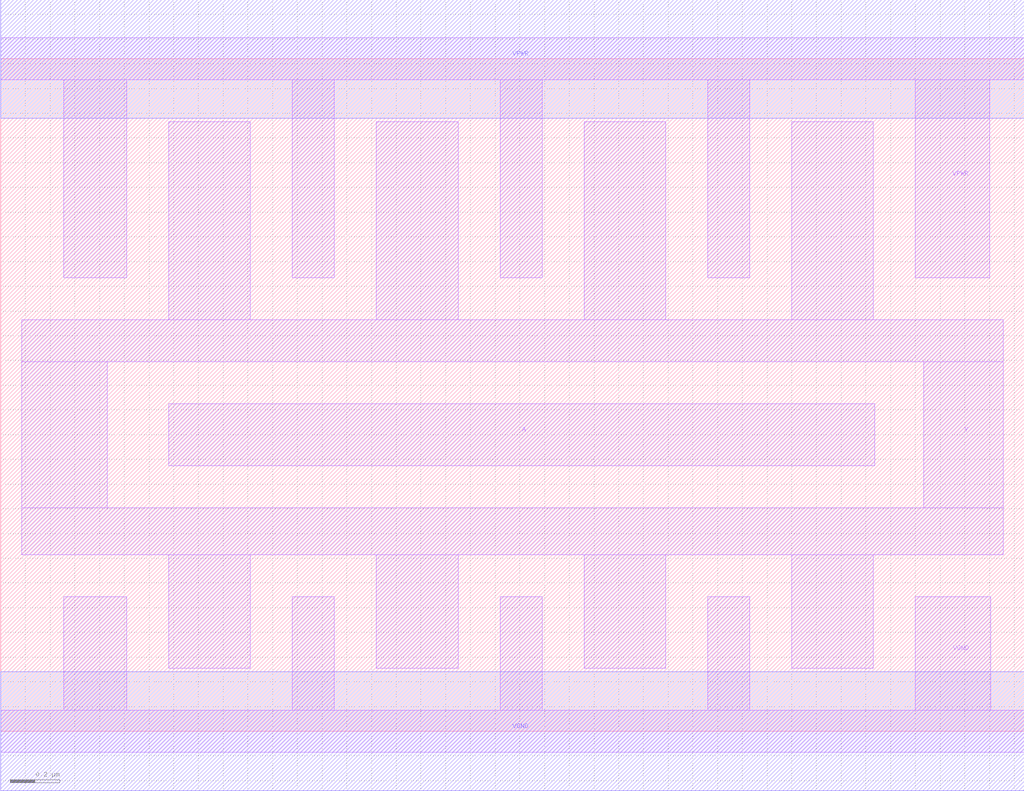
<source format=lef>
# Copyright 2020 The SkyWater PDK Authors
#
# Licensed under the Apache License, Version 2.0 (the "License");
# you may not use this file except in compliance with the License.
# You may obtain a copy of the License at
#
#     https://www.apache.org/licenses/LICENSE-2.0
#
# Unless required by applicable law or agreed to in writing, software
# distributed under the License is distributed on an "AS IS" BASIS,
# WITHOUT WARRANTIES OR CONDITIONS OF ANY KIND, either express or implied.
# See the License for the specific language governing permissions and
# limitations under the License.
#
# SPDX-License-Identifier: Apache-2.0

VERSION 5.5 ;
NAMESCASESENSITIVE ON ;
BUSBITCHARS "[]" ;
DIVIDERCHAR "/" ;
MACRO sky130_fd_sc_hd__inv_8
  CLASS CORE ;
  SOURCE USER ;
  ORIGIN  0.000000  0.000000 ;
  SIZE  4.140000 BY  2.720000 ;
  SYMMETRY X Y R90 ;
  SITE unithd ;
  PIN A
    ANTENNAGATEAREA  1.980000 ;
    DIRECTION INPUT ;
    USE SIGNAL ;
    PORT
      LAYER li1 ;
        RECT 0.680000 1.075000 3.535000 1.325000 ;
    END
  END A
  PIN Y
    ANTENNADIFFAREA  1.782000 ;
    DIRECTION OUTPUT ;
    USE SIGNAL ;
    PORT
      LAYER li1 ;
        RECT 0.085000 0.715000 4.055000 0.905000 ;
        RECT 0.085000 0.905000 0.430000 1.495000 ;
        RECT 0.085000 1.495000 4.055000 1.665000 ;
        RECT 0.680000 0.255000 1.010000 0.715000 ;
        RECT 0.680000 1.665000 1.010000 2.465000 ;
        RECT 1.520000 0.255000 1.850000 0.715000 ;
        RECT 1.520000 1.665000 1.850000 2.465000 ;
        RECT 2.360000 0.255000 2.690000 0.715000 ;
        RECT 2.360000 1.665000 2.690000 2.465000 ;
        RECT 3.200000 0.255000 3.530000 0.715000 ;
        RECT 3.200000 1.665000 3.530000 2.465000 ;
        RECT 3.735000 0.905000 4.055000 1.495000 ;
    END
  END Y
  PIN VGND
    DIRECTION INOUT ;
    SHAPE ABUTMENT ;
    USE GROUND ;
    PORT
      LAYER li1 ;
        RECT 0.000000 -0.085000 4.140000 0.085000 ;
        RECT 0.255000  0.085000 0.510000 0.545000 ;
        RECT 1.180000  0.085000 1.350000 0.545000 ;
        RECT 2.020000  0.085000 2.190000 0.545000 ;
        RECT 2.860000  0.085000 3.030000 0.545000 ;
        RECT 3.700000  0.085000 4.005000 0.545000 ;
    END
    PORT
      LAYER met1 ;
        RECT 0.000000 -0.240000 4.140000 0.240000 ;
    END
  END VGND
  PIN VPWR
    DIRECTION INOUT ;
    SHAPE ABUTMENT ;
    USE POWER ;
    PORT
      LAYER li1 ;
        RECT 0.000000 2.635000 4.140000 2.805000 ;
        RECT 0.255000 1.835000 0.510000 2.635000 ;
        RECT 1.180000 1.835000 1.350000 2.635000 ;
        RECT 2.020000 1.835000 2.190000 2.635000 ;
        RECT 2.860000 1.835000 3.030000 2.635000 ;
        RECT 3.700000 1.835000 4.000000 2.635000 ;
    END
    PORT
      LAYER met1 ;
        RECT 0.000000 2.480000 4.140000 2.960000 ;
    END
  END VPWR
  OBS
  END
END sky130_fd_sc_hd__inv_8
END LIBRARY

</source>
